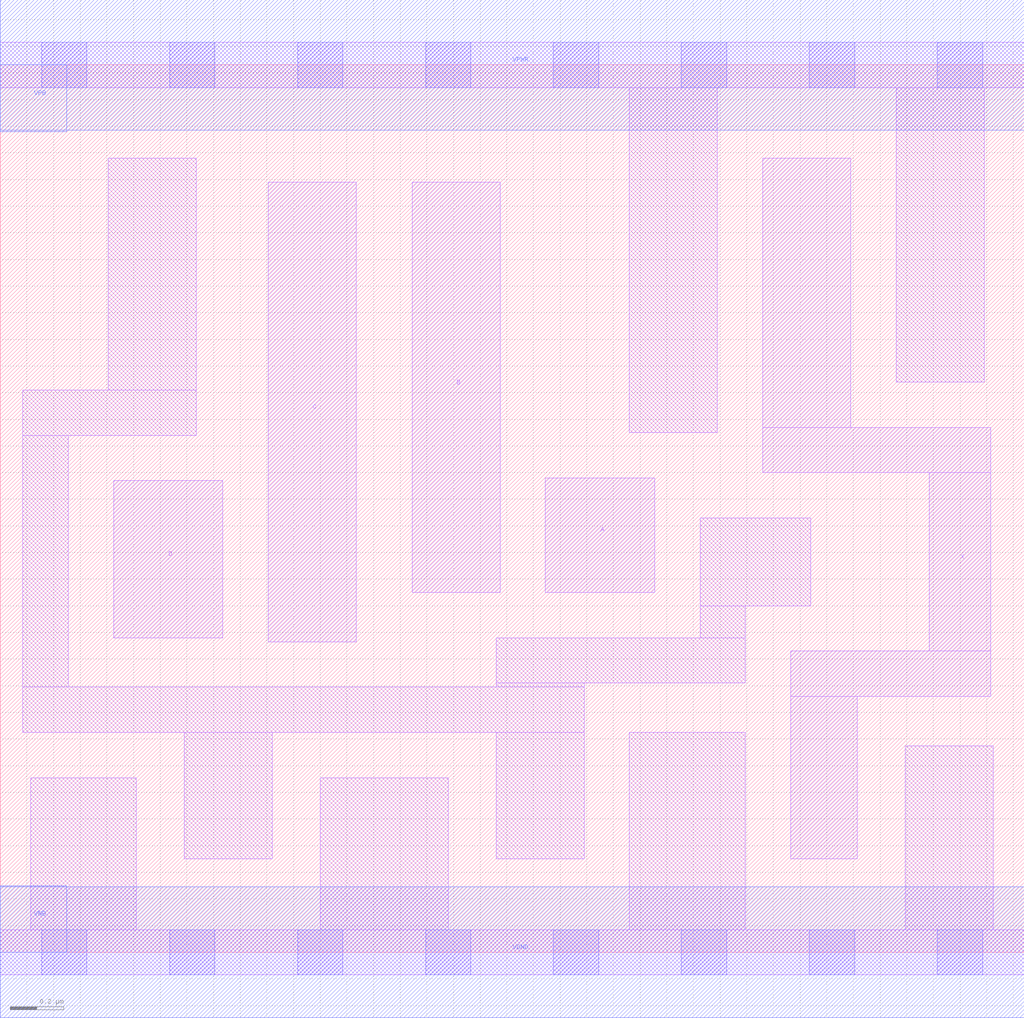
<source format=lef>
# Copyright 2020 The SkyWater PDK Authors
#
# Licensed under the Apache License, Version 2.0 (the "License");
# you may not use this file except in compliance with the License.
# You may obtain a copy of the License at
#
#     https://www.apache.org/licenses/LICENSE-2.0
#
# Unless required by applicable law or agreed to in writing, software
# distributed under the License is distributed on an "AS IS" BASIS,
# WITHOUT WARRANTIES OR CONDITIONS OF ANY KIND, either express or implied.
# See the License for the specific language governing permissions and
# limitations under the License.
#
# SPDX-License-Identifier: Apache-2.0

VERSION 5.5 ;
NAMESCASESENSITIVE ON ;
BUSBITCHARS "[]" ;
DIVIDERCHAR "/" ;
MACRO sky130_fd_sc_ms__or4_2
  CLASS CORE ;
  SOURCE USER ;
  ORIGIN  0.000000  0.000000 ;
  SIZE  3.840000 BY  3.330000 ;
  SYMMETRY X Y ;
  SITE unit ;
  PIN A
    ANTENNAGATEAREA  0.246000 ;
    DIRECTION INPUT ;
    USE SIGNAL ;
    PORT
      LAYER li1 ;
        RECT 2.045000 1.350000 2.455000 1.780000 ;
    END
  END A
  PIN B
    ANTENNAGATEAREA  0.246000 ;
    DIRECTION INPUT ;
    USE SIGNAL ;
    PORT
      LAYER li1 ;
        RECT 1.545000 1.350000 1.875000 2.890000 ;
    END
  END B
  PIN C
    ANTENNAGATEAREA  0.246000 ;
    DIRECTION INPUT ;
    USE SIGNAL ;
    PORT
      LAYER li1 ;
        RECT 1.005000 1.165000 1.335000 2.890000 ;
    END
  END C
  PIN D
    ANTENNAGATEAREA  0.246000 ;
    DIRECTION INPUT ;
    USE SIGNAL ;
    PORT
      LAYER li1 ;
        RECT 0.425000 1.180000 0.835000 1.770000 ;
    END
  END D
  PIN X
    ANTENNADIFFAREA  0.543200 ;
    DIRECTION OUTPUT ;
    USE SIGNAL ;
    PORT
      LAYER li1 ;
        RECT 2.860000 1.800000 3.715000 1.970000 ;
        RECT 2.860000 1.970000 3.190000 2.980000 ;
        RECT 2.965000 0.350000 3.215000 0.960000 ;
        RECT 2.965000 0.960000 3.715000 1.130000 ;
        RECT 3.485000 1.130000 3.715000 1.800000 ;
    END
  END X
  PIN VGND
    DIRECTION INOUT ;
    USE GROUND ;
    PORT
      LAYER met1 ;
        RECT 0.000000 -0.245000 3.840000 0.245000 ;
    END
  END VGND
  PIN VNB
    DIRECTION INOUT ;
    USE GROUND ;
    PORT
    END
  END VNB
  PIN VPB
    DIRECTION INOUT ;
    USE POWER ;
    PORT
    END
  END VPB
  PIN VNB
    DIRECTION INOUT ;
    USE GROUND ;
    PORT
      LAYER met1 ;
        RECT 0.000000 0.000000 0.250000 0.250000 ;
    END
  END VNB
  PIN VPB
    DIRECTION INOUT ;
    USE POWER ;
    PORT
      LAYER met1 ;
        RECT 0.000000 3.080000 0.250000 3.330000 ;
    END
  END VPB
  PIN VPWR
    DIRECTION INOUT ;
    USE POWER ;
    PORT
      LAYER met1 ;
        RECT 0.000000 3.085000 3.840000 3.575000 ;
    END
  END VPWR
  OBS
    LAYER li1 ;
      RECT 0.000000 -0.085000 3.840000 0.085000 ;
      RECT 0.000000  3.245000 3.840000 3.415000 ;
      RECT 0.085000  0.825000 2.190000 0.995000 ;
      RECT 0.085000  0.995000 0.255000 1.940000 ;
      RECT 0.085000  1.940000 0.735000 2.110000 ;
      RECT 0.115000  0.085000 0.510000 0.655000 ;
      RECT 0.405000  2.110000 0.735000 2.980000 ;
      RECT 0.690000  0.350000 1.020000 0.825000 ;
      RECT 1.200000  0.085000 1.680000 0.655000 ;
      RECT 1.860000  0.350000 2.190000 0.825000 ;
      RECT 1.860000  0.995000 2.190000 1.010000 ;
      RECT 1.860000  1.010000 2.795000 1.180000 ;
      RECT 2.360000  0.085000 2.795000 0.825000 ;
      RECT 2.360000  1.950000 2.690000 3.245000 ;
      RECT 2.625000  1.180000 2.795000 1.300000 ;
      RECT 2.625000  1.300000 3.040000 1.630000 ;
      RECT 3.360000  2.140000 3.690000 3.245000 ;
      RECT 3.395000  0.085000 3.725000 0.775000 ;
    LAYER mcon ;
      RECT 0.155000 -0.085000 0.325000 0.085000 ;
      RECT 0.155000  3.245000 0.325000 3.415000 ;
      RECT 0.635000 -0.085000 0.805000 0.085000 ;
      RECT 0.635000  3.245000 0.805000 3.415000 ;
      RECT 1.115000 -0.085000 1.285000 0.085000 ;
      RECT 1.115000  3.245000 1.285000 3.415000 ;
      RECT 1.595000 -0.085000 1.765000 0.085000 ;
      RECT 1.595000  3.245000 1.765000 3.415000 ;
      RECT 2.075000 -0.085000 2.245000 0.085000 ;
      RECT 2.075000  3.245000 2.245000 3.415000 ;
      RECT 2.555000 -0.085000 2.725000 0.085000 ;
      RECT 2.555000  3.245000 2.725000 3.415000 ;
      RECT 3.035000 -0.085000 3.205000 0.085000 ;
      RECT 3.035000  3.245000 3.205000 3.415000 ;
      RECT 3.515000 -0.085000 3.685000 0.085000 ;
      RECT 3.515000  3.245000 3.685000 3.415000 ;
  END
END sky130_fd_sc_ms__or4_2
END LIBRARY

</source>
